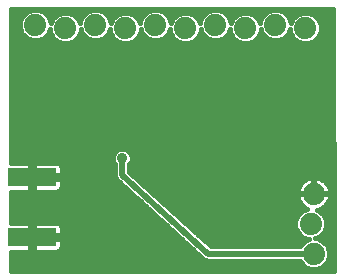
<source format=gbl>
G75*
G70*
%OFA0B0*%
%FSLAX24Y24*%
%IPPOS*%
%LPD*%
%AMOC8*
5,1,8,0,0,1.08239X$1,22.5*
%
%ADD10C,0.0740*%
%ADD11R,0.1600X0.0600*%
%ADD12C,0.0160*%
%ADD13C,0.0356*%
%ADD14C,0.0080*%
%ADD15C,0.0200*%
D10*
X002180Y008436D03*
X003180Y008536D03*
X004180Y008436D03*
X005180Y008536D03*
X006180Y008436D03*
X007180Y008536D03*
X008180Y008436D03*
X009180Y008536D03*
X010180Y008436D03*
X010460Y002912D03*
X010360Y001912D03*
X010460Y000912D03*
X001180Y008536D03*
D11*
X001079Y003463D03*
X001079Y001463D03*
D12*
X000356Y000983D02*
X000356Y000336D01*
X011137Y000336D01*
X011099Y009052D01*
X000356Y009071D01*
X000356Y003943D01*
X001009Y003943D01*
X001009Y003533D01*
X001149Y003533D01*
X001149Y003943D01*
X001902Y003943D01*
X001948Y003930D01*
X001989Y003907D01*
X002023Y003873D01*
X002046Y003832D01*
X002059Y003786D01*
X002059Y003533D01*
X001149Y003533D01*
X001149Y003393D01*
X002059Y003393D01*
X002059Y003139D01*
X002046Y003093D01*
X002023Y003052D01*
X001989Y003019D01*
X001948Y002995D01*
X001902Y002983D01*
X001149Y002983D01*
X001149Y003393D01*
X001009Y003393D01*
X001009Y002983D01*
X000356Y002983D01*
X000356Y001943D01*
X001009Y001943D01*
X001009Y001533D01*
X001149Y001533D01*
X001149Y001943D01*
X001902Y001943D01*
X001948Y001930D01*
X001989Y001907D01*
X002023Y001873D01*
X002046Y001832D01*
X002059Y001786D01*
X002059Y001533D01*
X001149Y001533D01*
X001149Y001393D01*
X002059Y001393D01*
X002059Y001139D01*
X002046Y001093D01*
X002023Y001052D01*
X001989Y001019D01*
X001948Y000995D01*
X001902Y000983D01*
X001149Y000983D01*
X001149Y001393D01*
X001009Y001393D01*
X001009Y000983D01*
X000356Y000983D01*
X000356Y000909D02*
X006592Y000909D01*
X006420Y001067D02*
X002031Y001067D01*
X002059Y001226D02*
X006247Y001226D01*
X006074Y001384D02*
X002059Y001384D01*
X002059Y001543D02*
X005901Y001543D01*
X005728Y001701D02*
X002059Y001701D01*
X002031Y001860D02*
X005555Y001860D01*
X005382Y002018D02*
X000356Y002018D01*
X000356Y002177D02*
X005209Y002177D01*
X005036Y002335D02*
X000356Y002335D01*
X000356Y002494D02*
X004863Y002494D01*
X004690Y002652D02*
X000356Y002652D01*
X000356Y002811D02*
X004517Y002811D01*
X004344Y002969D02*
X000356Y002969D01*
X001009Y003128D02*
X001149Y003128D01*
X001149Y003286D02*
X001009Y003286D01*
X001149Y003445D02*
X003854Y003445D01*
X003854Y003446D02*
X003870Y003406D01*
X003874Y003403D01*
X003876Y003398D01*
X003908Y003369D01*
X003938Y003339D01*
X003943Y003337D01*
X006778Y000739D01*
X006808Y000709D01*
X006813Y000707D01*
X006817Y000703D01*
X006857Y000689D01*
X006896Y000672D01*
X006901Y000672D01*
X006906Y000671D01*
X006949Y000672D01*
X010008Y000672D01*
X010028Y000624D01*
X010171Y000480D01*
X010359Y000402D01*
X010562Y000402D01*
X010749Y000480D01*
X010893Y000624D01*
X010970Y000811D01*
X010970Y001014D01*
X010893Y001201D01*
X010749Y001345D01*
X010562Y001422D01*
X010510Y001422D01*
X010649Y001480D01*
X010793Y001624D01*
X010870Y001811D01*
X010870Y002014D01*
X010793Y002201D01*
X010649Y002345D01*
X010578Y002374D01*
X010589Y002376D01*
X010671Y002403D01*
X010749Y002442D01*
X010819Y002493D01*
X010880Y002554D01*
X010931Y002624D01*
X010970Y002701D01*
X010997Y002784D01*
X011010Y002869D01*
X011010Y002892D01*
X010480Y002892D01*
X010480Y002932D01*
X011010Y002932D01*
X011010Y002956D01*
X010997Y003041D01*
X010970Y003124D01*
X010931Y003201D01*
X010880Y003271D01*
X010819Y003332D01*
X010749Y003383D01*
X010671Y003422D01*
X010589Y003449D01*
X010504Y003462D01*
X010480Y003462D01*
X010480Y002932D01*
X010440Y002932D01*
X010440Y002892D01*
X009910Y002892D01*
X009910Y002869D01*
X009924Y002784D01*
X009951Y002701D01*
X009990Y002624D01*
X010041Y002554D01*
X010102Y002493D01*
X010172Y002442D01*
X010232Y002411D01*
X010071Y002345D01*
X009928Y002201D01*
X009850Y002014D01*
X009850Y001811D01*
X009928Y001624D01*
X010071Y001480D01*
X010259Y001402D01*
X010311Y001402D01*
X010171Y001345D01*
X010028Y001201D01*
X010008Y001152D01*
X007037Y001152D01*
X004314Y003648D01*
X004314Y003884D01*
X004343Y003913D01*
X004392Y004030D01*
X004392Y004157D01*
X004343Y004274D01*
X004254Y004363D01*
X004137Y004412D01*
X004010Y004412D01*
X003893Y004363D01*
X003804Y004274D01*
X003756Y004157D01*
X003756Y004030D01*
X003804Y003913D01*
X003834Y003884D01*
X003834Y003585D01*
X003832Y003580D01*
X003834Y003537D01*
X003834Y003495D01*
X003836Y003490D01*
X003836Y003484D01*
X003854Y003446D01*
X003998Y003286D02*
X002059Y003286D01*
X002056Y003128D02*
X004171Y003128D01*
X004536Y003445D02*
X010318Y003445D01*
X010332Y003449D02*
X010249Y003422D01*
X010172Y003383D01*
X010102Y003332D01*
X010041Y003271D01*
X009990Y003201D01*
X009951Y003124D01*
X009924Y003041D01*
X009910Y002956D01*
X009910Y002932D01*
X010440Y002932D01*
X010440Y003462D01*
X010417Y003462D01*
X010332Y003449D01*
X010440Y003445D02*
X010480Y003445D01*
X010602Y003445D02*
X011123Y003445D01*
X011124Y003286D02*
X010864Y003286D01*
X010968Y003128D02*
X011125Y003128D01*
X011126Y002969D02*
X011008Y002969D01*
X011001Y002811D02*
X011126Y002811D01*
X011127Y002652D02*
X010945Y002652D01*
X010819Y002494D02*
X011128Y002494D01*
X011128Y002335D02*
X010659Y002335D01*
X010803Y002177D02*
X011129Y002177D01*
X011130Y002018D02*
X010869Y002018D01*
X010870Y001860D02*
X011130Y001860D01*
X011131Y001701D02*
X010825Y001701D01*
X010712Y001543D02*
X011132Y001543D01*
X011132Y001384D02*
X010654Y001384D01*
X010868Y001226D02*
X011133Y001226D01*
X011134Y001067D02*
X010948Y001067D01*
X010970Y000909D02*
X011134Y000909D01*
X011135Y000750D02*
X010945Y000750D01*
X010861Y000592D02*
X011136Y000592D01*
X011137Y000433D02*
X010636Y000433D01*
X010285Y000433D02*
X000356Y000433D01*
X000356Y000592D02*
X010060Y000592D01*
X010052Y001226D02*
X006957Y001226D01*
X006784Y001384D02*
X010266Y001384D01*
X010009Y001543D02*
X006611Y001543D01*
X006438Y001701D02*
X009896Y001701D01*
X009850Y001860D02*
X006265Y001860D01*
X006092Y002018D02*
X009852Y002018D01*
X009918Y002177D02*
X005919Y002177D01*
X005746Y002335D02*
X010062Y002335D01*
X010101Y002494D02*
X005573Y002494D01*
X005400Y002652D02*
X009976Y002652D01*
X009920Y002811D02*
X005227Y002811D01*
X005054Y002969D02*
X009912Y002969D01*
X009953Y003128D02*
X004881Y003128D01*
X004708Y003286D02*
X010056Y003286D01*
X010440Y003286D02*
X010480Y003286D01*
X010480Y003128D02*
X010440Y003128D01*
X010440Y002969D02*
X010480Y002969D01*
X011123Y003603D02*
X004363Y003603D01*
X004314Y003762D02*
X011122Y003762D01*
X011121Y003920D02*
X004346Y003920D01*
X004392Y004079D02*
X011121Y004079D01*
X011120Y004237D02*
X004359Y004237D01*
X004176Y004396D02*
X011119Y004396D01*
X011119Y004554D02*
X000356Y004554D01*
X000356Y004396D02*
X003972Y004396D01*
X003789Y004237D02*
X000356Y004237D01*
X000356Y004079D02*
X003756Y004079D01*
X003801Y003920D02*
X001966Y003920D01*
X002059Y003762D02*
X003834Y003762D01*
X003834Y003603D02*
X002059Y003603D01*
X001149Y003603D02*
X001009Y003603D01*
X001009Y003762D02*
X001149Y003762D01*
X001149Y003920D02*
X001009Y003920D01*
X000356Y004713D02*
X011118Y004713D01*
X011117Y004871D02*
X000356Y004871D01*
X000356Y005030D02*
X011117Y005030D01*
X011116Y005188D02*
X000356Y005188D01*
X000356Y005347D02*
X011115Y005347D01*
X011115Y005505D02*
X000356Y005505D01*
X000356Y005664D02*
X011114Y005664D01*
X011113Y005822D02*
X000356Y005822D01*
X000356Y005981D02*
X011112Y005981D01*
X011112Y006139D02*
X000356Y006139D01*
X000356Y006298D02*
X011111Y006298D01*
X011110Y006456D02*
X000356Y006456D01*
X000356Y006615D02*
X011110Y006615D01*
X011109Y006773D02*
X000356Y006773D01*
X000356Y006932D02*
X011108Y006932D01*
X011108Y007090D02*
X000356Y007090D01*
X000356Y007249D02*
X011107Y007249D01*
X011106Y007407D02*
X000356Y007407D01*
X000356Y007566D02*
X011106Y007566D01*
X011105Y007724D02*
X000356Y007724D01*
X000356Y007883D02*
X011104Y007883D01*
X011104Y008041D02*
X010506Y008041D01*
X010469Y008004D02*
X010612Y008148D01*
X010690Y008335D01*
X010690Y008538D01*
X010612Y008725D01*
X010469Y008869D01*
X010281Y008946D01*
X010079Y008946D01*
X009891Y008869D01*
X009748Y008725D01*
X009690Y008586D01*
X009690Y008638D01*
X009612Y008825D01*
X009469Y008969D01*
X009281Y009046D01*
X009079Y009046D01*
X008891Y008969D01*
X008748Y008825D01*
X008670Y008638D01*
X008670Y008586D01*
X008612Y008725D01*
X008469Y008869D01*
X008281Y008946D01*
X008079Y008946D01*
X007891Y008869D01*
X007748Y008725D01*
X007690Y008586D01*
X007690Y008638D01*
X007612Y008825D01*
X007469Y008969D01*
X007281Y009046D01*
X007079Y009046D01*
X006891Y008969D01*
X006748Y008825D01*
X006670Y008638D01*
X006670Y008586D01*
X006612Y008725D01*
X006469Y008869D01*
X006281Y008946D01*
X006079Y008946D01*
X005891Y008869D01*
X005748Y008725D01*
X005690Y008586D01*
X005690Y008638D01*
X005612Y008825D01*
X005469Y008969D01*
X005281Y009046D01*
X005079Y009046D01*
X004891Y008969D01*
X004748Y008825D01*
X004670Y008638D01*
X004670Y008586D01*
X004612Y008725D01*
X004469Y008869D01*
X004281Y008946D01*
X004079Y008946D01*
X003891Y008869D01*
X003748Y008725D01*
X003690Y008586D01*
X003690Y008638D01*
X003612Y008825D01*
X003469Y008969D01*
X003281Y009046D01*
X003079Y009046D01*
X002891Y008969D01*
X002748Y008825D01*
X002670Y008638D01*
X002670Y008586D01*
X002612Y008725D01*
X002469Y008869D01*
X002281Y008946D01*
X002079Y008946D01*
X001891Y008869D01*
X001748Y008725D01*
X001690Y008586D01*
X001690Y008638D01*
X001612Y008825D01*
X001469Y008969D01*
X001281Y009046D01*
X001079Y009046D01*
X000891Y008969D01*
X000748Y008825D01*
X000670Y008638D01*
X000670Y008435D01*
X000748Y008248D01*
X000891Y008104D01*
X001079Y008026D01*
X001281Y008026D01*
X001469Y008104D01*
X001612Y008248D01*
X001670Y008387D01*
X001670Y008335D01*
X001748Y008148D01*
X001891Y008004D01*
X002079Y007926D01*
X002281Y007926D01*
X002469Y008004D01*
X002612Y008148D01*
X002690Y008335D01*
X002690Y008387D01*
X002748Y008248D01*
X002891Y008104D01*
X003079Y008026D01*
X003281Y008026D01*
X003469Y008104D01*
X003612Y008248D01*
X003670Y008387D01*
X003670Y008335D01*
X003748Y008148D01*
X003891Y008004D01*
X004079Y007926D01*
X004281Y007926D01*
X004469Y008004D01*
X004612Y008148D01*
X004690Y008335D01*
X004690Y008387D01*
X004748Y008248D01*
X004891Y008104D01*
X005079Y008026D01*
X005281Y008026D01*
X005469Y008104D01*
X005612Y008248D01*
X005670Y008387D01*
X005670Y008335D01*
X005748Y008148D01*
X005891Y008004D01*
X006079Y007926D01*
X006281Y007926D01*
X006469Y008004D01*
X006612Y008148D01*
X006690Y008335D01*
X006690Y008387D01*
X006748Y008248D01*
X006891Y008104D01*
X007079Y008026D01*
X007281Y008026D01*
X007469Y008104D01*
X007612Y008248D01*
X007670Y008387D01*
X007670Y008335D01*
X007748Y008148D01*
X007891Y008004D01*
X008079Y007926D01*
X008281Y007926D01*
X008469Y008004D01*
X008612Y008148D01*
X008690Y008335D01*
X008690Y008387D01*
X008748Y008248D01*
X008891Y008104D01*
X009079Y008026D01*
X009281Y008026D01*
X009469Y008104D01*
X009612Y008248D01*
X009670Y008387D01*
X009670Y008335D01*
X009748Y008148D01*
X009891Y008004D01*
X010079Y007926D01*
X010281Y007926D01*
X010469Y008004D01*
X010634Y008200D02*
X011103Y008200D01*
X011102Y008358D02*
X010690Y008358D01*
X010690Y008517D02*
X011101Y008517D01*
X011101Y008675D02*
X010633Y008675D01*
X010504Y008834D02*
X011100Y008834D01*
X011099Y008992D02*
X009412Y008992D01*
X009604Y008834D02*
X009856Y008834D01*
X009727Y008675D02*
X009675Y008675D01*
X009658Y008358D02*
X009670Y008358D01*
X009726Y008200D02*
X009564Y008200D01*
X009317Y008041D02*
X009854Y008041D01*
X009043Y008041D02*
X008506Y008041D01*
X008634Y008200D02*
X008795Y008200D01*
X008702Y008358D02*
X008690Y008358D01*
X008685Y008675D02*
X008633Y008675D01*
X008756Y008834D02*
X008504Y008834D01*
X008947Y008992D02*
X007412Y008992D01*
X007604Y008834D02*
X007856Y008834D01*
X007727Y008675D02*
X007675Y008675D01*
X007658Y008358D02*
X007670Y008358D01*
X007726Y008200D02*
X007564Y008200D01*
X007317Y008041D02*
X007854Y008041D01*
X007043Y008041D02*
X006506Y008041D01*
X006634Y008200D02*
X006795Y008200D01*
X006702Y008358D02*
X006690Y008358D01*
X006685Y008675D02*
X006633Y008675D01*
X006756Y008834D02*
X006504Y008834D01*
X006947Y008992D02*
X005412Y008992D01*
X005604Y008834D02*
X005856Y008834D01*
X005727Y008675D02*
X005675Y008675D01*
X005658Y008358D02*
X005670Y008358D01*
X005726Y008200D02*
X005564Y008200D01*
X005317Y008041D02*
X005854Y008041D01*
X005043Y008041D02*
X004506Y008041D01*
X004634Y008200D02*
X004795Y008200D01*
X004702Y008358D02*
X004690Y008358D01*
X004685Y008675D02*
X004633Y008675D01*
X004756Y008834D02*
X004504Y008834D01*
X004947Y008992D02*
X003412Y008992D01*
X003604Y008834D02*
X003856Y008834D01*
X003727Y008675D02*
X003675Y008675D01*
X003658Y008358D02*
X003670Y008358D01*
X003726Y008200D02*
X003564Y008200D01*
X003317Y008041D02*
X003854Y008041D01*
X003043Y008041D02*
X002506Y008041D01*
X002634Y008200D02*
X002795Y008200D01*
X002702Y008358D02*
X002690Y008358D01*
X002685Y008675D02*
X002633Y008675D01*
X002756Y008834D02*
X002504Y008834D01*
X002947Y008992D02*
X001412Y008992D01*
X001604Y008834D02*
X001856Y008834D01*
X001727Y008675D02*
X001675Y008675D01*
X001658Y008358D02*
X001670Y008358D01*
X001726Y008200D02*
X001564Y008200D01*
X001317Y008041D02*
X001854Y008041D01*
X001043Y008041D02*
X000356Y008041D01*
X000356Y008200D02*
X000795Y008200D01*
X000702Y008358D02*
X000356Y008358D01*
X000356Y008517D02*
X000670Y008517D01*
X000685Y008675D02*
X000356Y008675D01*
X000356Y008834D02*
X000756Y008834D01*
X000947Y008992D02*
X000356Y008992D01*
X001009Y001860D02*
X001149Y001860D01*
X001149Y001701D02*
X001009Y001701D01*
X001009Y001543D02*
X001149Y001543D01*
X001149Y001384D02*
X001009Y001384D01*
X001009Y001226D02*
X001149Y001226D01*
X001149Y001067D02*
X001009Y001067D01*
X000356Y000750D02*
X006765Y000750D01*
D13*
X006233Y000565D03*
X004979Y000668D03*
X004172Y000649D03*
X003286Y000668D03*
X002184Y000747D03*
X001515Y000747D03*
X000885Y000747D03*
X004074Y004094D03*
X004979Y004684D03*
X004979Y005117D03*
X005412Y005117D03*
X005412Y004684D03*
X005845Y004684D03*
X005845Y005117D03*
X005845Y005550D03*
X005412Y005550D03*
X004979Y005550D03*
X007516Y007500D03*
X007988Y007376D03*
X008319Y007715D03*
X009546Y007440D03*
X010885Y007912D03*
X010924Y006219D03*
X009441Y004770D03*
X009430Y004183D03*
X009430Y003578D03*
X010114Y003979D03*
X010828Y003951D03*
X009233Y001405D03*
X008573Y001405D03*
X007733Y002125D03*
X007261Y002125D03*
X006809Y002125D03*
X009353Y000505D03*
X001278Y007597D03*
X000727Y007597D03*
X000505Y006439D03*
X000505Y005218D03*
X000527Y004177D03*
D14*
X005373Y005038D02*
X005373Y005078D01*
X005412Y005117D01*
D15*
X004074Y004094D02*
X004074Y003542D01*
X006944Y000912D01*
X010460Y000912D01*
M02*

</source>
